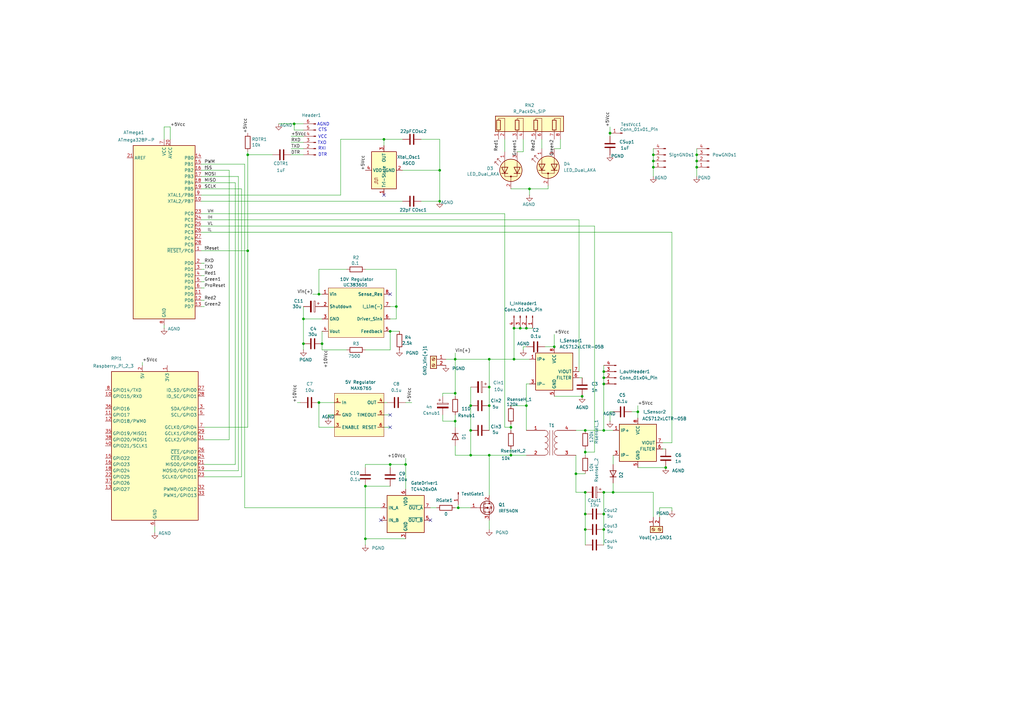
<source format=kicad_sch>
(kicad_sch (version 20250114) (generator "eeschema") (generator_version "9.0")
  (paper "A3")
  (title_block (title "EV Microgrid Flyback Converter") (company "Cal Poly, Senior Project"))
  (lib_symbols
    (symbol "Connector:Conn_01x01_Pin" (pin_names (offset 1.016) (hide yes))
      (property "Reference" "J" (at 0 2.54 0))
      (property "Value" "Conn_01x01_Pin" (at 0 -2.54 0))
      (symbol "Conn_01x01_Pin_1_1"
        (pin passive line (at 5.08 0 180) (length 3.81) (name "Pin_1") (number "1"))
      )
    )
    (symbol "Connector:Conn_01x04_Pin" (pin_names (offset 1.016) (hide yes))
      (property "Reference" "J" (at 0 5.08 0))
      (property "Value" "Conn_01x04_Pin" (at 0 -7.62 0))
      (symbol "Conn_01x04_Pin_1_1"
        (pin passive line (at 5.08 2.54 180) (length 3.81) (name "Pin_1") (number "1"))
        (pin passive line (at 5.08 0 180) (length 3.81) (name "Pin_2") (number "2"))
        (pin passive line (at 5.08 -2.54 180) (length 3.81) (name "Pin_3") (number "3"))
        (pin passive line (at 5.08 -5.08 180) (length 3.81) (name "Pin_4") (number "4"))
      )
    )
    (symbol "Connector:Raspberry_Pi_2_3"
      (property "Reference" "J" (at -17.78 31.75 0))
      (property "Value" "Raspberry_Pi_2_3" (at 10.16 -31.75 0))
      (symbol "Raspberry_Pi_2_3_1_1"
        (pin bidirectional line (at -20.32 22.86 0) (length 2.54) (name "GPIO14/TXD") (number "8"))
        (pin bidirectional line (at -20.32 20.32 0) (length 2.54) (name "GPIO15/RXD") (number "10"))
        (pin bidirectional line (at -20.32 15.24 0) (length 2.54) (name "GPIO16") (number "36"))
        (pin bidirectional line (at -20.32 12.7 0) (length 2.54) (name "GPIO17") (number "11"))
        (pin bidirectional line (at -20.32 10.16 0) (length 2.54) (name "GPIO18/PWM0") (number "12"))
        (pin bidirectional line (at -20.32 5.08 0) (length 2.54) (name "GPIO19/MISO1") (number "35"))
        (pin bidirectional line (at -20.32 2.54 0) (length 2.54) (name "GPIO20/MOSI1") (number "38"))
        (pin bidirectional line (at -20.32 0 0) (length 2.54) (name "GPIO21/SCLK1") (number "40"))
        (pin bidirectional line (at -20.32 -5.08 0) (length 2.54) (name "GPIO22") (number "15"))
        (pin bidirectional line (at -20.32 -7.62 0) (length 2.54) (name "GPIO23") (number "16"))
        (pin bidirectional line (at -20.32 -10.16 0) (length 2.54) (name "GPIO24") (number "18"))
        (pin bidirectional line (at -20.32 -12.7 0) (length 2.54) (name "GPIO25") (number "22"))
        (pin bidirectional line (at -20.32 -15.24 0) (length 2.54) (name "GPIO26") (number "37"))
        (pin bidirectional line (at -20.32 -17.78 0) (length 2.54) (name "GPIO27") (number "13"))
        (pin power_in line (at -5.08 33.02 270) (length 2.54) (name "5V") (number "2"))
        (pin passive line (at -5.08 33.02 270) (length 2.54) (hide yes) (name "5V") (number "4"))
        (pin passive line (at 0 -33.02 90) (length 2.54) (hide yes) (name "GND") (number "14"))
        (pin passive line (at 0 -33.02 90) (length 2.54) (hide yes) (name "GND") (number "20"))
        (pin passive line (at 0 -33.02 90) (length 2.54) (hide yes) (name "GND") (number "25"))
        (pin passive line (at 0 -33.02 90) (length 2.54) (hide yes) (name "GND") (number "30"))
        (pin passive line (at 0 -33.02 90) (length 2.54) (hide yes) (name "GND") (number "34"))
        (pin passive line (at 0 -33.02 90) (length 2.54) (hide yes) (name "GND") (number "39"))
        (pin power_in line (at 0 -33.02 90) (length 2.54) (name "GND") (number "6"))
        (pin passive line (at 0 -33.02 90) (length 2.54) (hide yes) (name "GND") (number "9"))
        (pin power_in line (at 5.08 33.02 270) (length 2.54) (name "3V3") (number "1"))
        (pin passive line (at 5.08 33.02 270) (length 2.54) (hide yes) (name "3V3") (number "17"))
        (pin bidirectional line (at 20.32 22.86 180) (length 2.54) (name "ID_SD/GPIO0") (number "27"))
        (pin bidirectional line (at 20.32 20.32 180) (length 2.54) (name "ID_SC/GPIO1") (number "28"))
        (pin bidirectional line (at 20.32 15.24 180) (length 2.54) (name "SDA/GPIO2") (number "3"))
        (pin bidirectional line (at 20.32 12.7 180) (length 2.54) (name "SCL/GPIO3") (number "5"))
        (pin bidirectional line (at 20.32 7.62 180) (length 2.54) (name "GCLK0/GPIO4") (number "7"))
        (pin bidirectional line (at 20.32 5.08 180) (length 2.54) (name "GCLK1/GPIO5") (number "29"))
        (pin bidirectional line (at 20.32 2.54 180) (length 2.54) (name "GCLK2/GPIO6") (number "31"))
        (pin bidirectional line (at 20.32 -2.54 180) (length 2.54) (name "~{CE1}/GPIO7") (number "26"))
        (pin bidirectional line (at 20.32 -5.08 180) (length 2.54) (name "~{CE0}/GPIO8") (number "24"))
        (pin bidirectional line (at 20.32 -7.62 180) (length 2.54) (name "MISO0/GPIO9") (number "21"))
        (pin bidirectional line (at 20.32 -10.16 180) (length 2.54) (name "MOSI0/GPIO10") (number "19"))
        (pin bidirectional line (at 20.32 -12.7 180) (length 2.54) (name "SCLK0/GPIO11") (number "23"))
        (pin bidirectional line (at 20.32 -17.78 180) (length 2.54) (name "PWM0/GPIO12") (number "32"))
        (pin bidirectional line (at 20.32 -20.32 180) (length 2.54) (name "PWM1/GPIO13") (number "33"))
      )
    )
    (symbol "Connector:Screw_Terminal_01x02" (pin_names (offset 1.016) (hide yes))
      (property "Reference" "J" (at 0 2.54 0))
      (property "Value" "Screw_Terminal_01x02" (at 0 -5.08 0))
      (symbol "Screw_Terminal_01x02_1_1"
        (pin passive line (at -5.08 0 0) (length 3.81) (name "Pin_1") (number "1"))
        (pin passive line (at -5.08 -2.54 0) (length 3.81) (name "Pin_2") (number "2"))
      )
    )
    (symbol "Device:C" (pin_numbers (hide yes)) (pin_names (offset 0.254))
      (property "Reference" "C" (at 0.635 2.54 0))
      (property "Value" "C" (at 0.635 -2.54 0))
      (symbol "C_1_1"
        (pin passive line (at 0 3.81 270) (length 2.794) (name "~") (number "1"))
        (pin passive line (at 0 -3.81 90) (length 2.794) (name "~") (number "2"))
      )
    )
    (symbol "Device:C_Polarized" (pin_numbers (hide yes)) (pin_names (offset 0.254))
      (property "Reference" "C" (at 0.635 2.54 0))
      (property "Value" "C_Polarized" (at 0.635 -2.54 0))
      (symbol "C_Polarized_1_1"
        (pin passive line (at 0 3.81 270) (length 2.794) (name "~") (number "1"))
        (pin passive line (at 0 -3.81 90) (length 2.794) (name "~") (number "2"))
      )
    )
    (symbol "Device:D" (pin_numbers (hide yes)) (pin_names (offset 1.016) (hide yes))
      (property "Reference" "D" (at 0 2.54 0))
      (property "Value" "D" (at 0 -2.54 0))
      (symbol "D_1_1"
        (pin passive line (at -3.81 0 0) (length 2.54) (name "K") (number "1"))
        (pin passive line (at 3.81 0 180) (length 2.54) (name "A") (number "2"))
      )
    )
    (symbol "Device:LED_Dual_AKA" (pin_names (offset 0) (hide yes))
      (property "Reference" "D" (at 0 5.715 0))
      (property "Value" "LED_Dual_AKA" (at 0 -6.35 0))
      (symbol "LED_Dual_AKA_1_1"
        (pin input line (at -7.62 0 0) (length 3.048) (name "K") (number "2"))
        (pin input line (at 7.62 2.54 180) (length 3.81) (name "A1") (number "1"))
        (pin input line (at 7.62 -2.54 180) (length 3.81) (name "A2") (number "3"))
      )
    )
    (symbol "Device:R" (pin_numbers (hide yes)) (pin_names (offset 0))
      (property "Reference" "R" (at 2.032 0 90))
      (property "Value" "R" (at 0 0 90))
      (symbol "R_1_1"
        (pin passive line (at 0 3.81 270) (length 1.27) (name "~") (number "1"))
        (pin passive line (at 0 -3.81 90) (length 1.27) (name "~") (number "2"))
      )
    )
    (symbol "Device:R_Pack04_SIP" (pin_names (offset 0) (hide yes))
      (property "Reference" "RN" (at -15.24 0 90))
      (property "Value" "R_Pack04_SIP" (at 15.24 0 90))
      (symbol "R_Pack04_SIP_1_1"
        (pin passive line (at -12.7 -5.08 90) (length 3.81) (name "R1.1") (number "1"))
        (pin passive line (at -10.16 -5.08 90) (length 3.81) (name "R1.2") (number "2"))
        (pin passive line (at -5.08 -5.08 90) (length 3.81) (name "R2.1") (number "3"))
        (pin passive line (at -2.54 -5.08 90) (length 3.81) (name "R2.2") (number "4"))
        (pin passive line (at 2.54 -5.08 90) (length 3.81) (name "R3.1") (number "5"))
        (pin passive line (at 5.08 -5.08 90) (length 3.81) (name "R3.2") (number "6"))
        (pin passive line (at 10.16 -5.08 90) (length 3.81) (name "R4.1") (number "7"))
        (pin passive line (at 12.7 -5.08 90) (length 3.81) (name "R4.2") (number "8"))
      )
    )
    (symbol "Device:Transformer_1P_1S" (pin_names (offset 1.016) (hide yes))
      (property "Reference" "T" (at 0 6.35 0))
      (property "Value" "Transformer_1P_1S" (at 0 -7.62 0))
      (symbol "Transformer_1P_1S_1_1"
        (pin passive line (at -10.16 5.08 0) (length 7.62) (name "AA") (number "1"))
        (pin passive line (at -10.16 -5.08 0) (length 7.62) (name "AB") (number "2"))
        (pin passive line (at 10.16 5.08 180) (length 7.62) (name "SB") (number "4"))
        (pin passive line (at 10.16 -5.08 180) (length 7.62) (name "SA") (number "3"))
      )
    )
    (symbol "Driver_FET:TC4426xOA"
      (property "Reference" "U" (at -7.62 8.89 0))
      (property "Value" "TC4426xOA" (at 1.27 8.89 0))
      (symbol "TC4426xOA_1_1"
        (pin input line (at -10.16 2.54 0) (length 2.54) (name "IN_A") (number "2"))
        (pin input line (at -10.16 -2.54 0) (length 2.54) (name "IN_B") (number "4"))
        (pin no_connect line (at -7.62 0 0) (length 2.54) (hide yes) (name "NC") (number "1"))
        (pin power_in line (at 0 10.16 270) (length 2.54) (name "VDD") (number "6"))
        (pin power_in line (at 0 -10.16 90) (length 2.54) (name "GND") (number "3"))
        (pin no_connect line (at 7.62 0 180) (length 2.54) (hide yes) (name "NC") (number "8"))
        (pin output line (at 10.16 2.54 180) (length 2.54) (name "~{OUT_A}") (number "7"))
        (pin output line (at 10.16 -2.54 180) (length 2.54) (name "~{OUT_B}") (number "5"))
      )
    )
    (symbol "MCU_Microchip_ATmega:ATmega328P-P"
      (property "Reference" "U" (at -12.7 36.83 0))
      (property "Value" "ATmega328P-P" (at 2.54 -36.83 0))
      (symbol "ATmega328P-P_1_1"
        (pin passive line (at -15.24 30.48 0) (length 2.54) (name "AREF") (number "21"))
        (pin power_in line (at 0 38.1 270) (length 2.54) (name "VCC") (number "7"))
        (pin passive line (at 0 -38.1 90) (length 2.54) (hide yes) (name "GND") (number "22"))
        (pin power_in line (at 0 -38.1 90) (length 2.54) (name "GND") (number "8"))
        (pin power_in line (at 2.54 38.1 270) (length 2.54) (name "AVCC") (number "20"))
        (pin bidirectional line (at 15.24 30.48 180) (length 2.54) (name "PB0") (number "14"))
        (pin bidirectional line (at 15.24 27.94 180) (length 2.54) (name "PB1") (number "15"))
        (pin bidirectional line (at 15.24 25.4 180) (length 2.54) (name "PB2") (number "16"))
        (pin bidirectional line (at 15.24 22.86 180) (length 2.54) (name "PB3") (number "17"))
        (pin bidirectional line (at 15.24 20.32 180) (length 2.54) (name "PB4") (number "18"))
        (pin bidirectional line (at 15.24 17.78 180) (length 2.54) (name "PB5") (number "19"))
        (pin bidirectional line (at 15.24 15.24 180) (length 2.54) (name "XTAL1/PB6") (number "9"))
        (pin bidirectional line (at 15.24 12.7 180) (length 2.54) (name "XTAL2/PB7") (number "10"))
        (pin bidirectional line (at 15.24 7.62 180) (length 2.54) (name "PC0") (number "23"))
        (pin bidirectional line (at 15.24 5.08 180) (length 2.54) (name "PC1") (number "24"))
        (pin bidirectional line (at 15.24 2.54 180) (length 2.54) (name "PC2") (number "25"))
        (pin bidirectional line (at 15.24 0 180) (length 2.54) (name "PC3") (number "26"))
        (pin bidirectional line (at 15.24 -2.54 180) (length 2.54) (name "PC4") (number "27"))
        (pin bidirectional line (at 15.24 -5.08 180) (length 2.54) (name "PC5") (number "28"))
        (pin bidirectional line (at 15.24 -7.62 180) (length 2.54) (name "~{RESET}/PC6") (number "1"))
        (pin bidirectional line (at 15.24 -12.7 180) (length 2.54) (name "PD0") (number "2"))
        (pin bidirectional line (at 15.24 -15.24 180) (length 2.54) (name "PD1") (number "3"))
        (pin bidirectional line (at 15.24 -17.78 180) (length 2.54) (name "PD2") (number "4"))
        (pin bidirectional line (at 15.24 -20.32 180) (length 2.54) (name "PD3") (number "5"))
        (pin bidirectional line (at 15.24 -22.86 180) (length 2.54) (name "PD4") (number "6"))
        (pin bidirectional line (at 15.24 -25.4 180) (length 2.54) (name "PD5") (number "11"))
        (pin bidirectional line (at 15.24 -27.94 180) (length 2.54) (name "PD6") (number "12"))
        (pin bidirectional line (at 15.24 -30.48 180) (length 2.54) (name "PD7") (number "13"))
      )
    )
    (symbol "New_Library:MAX6765"
      (property "Reference" "MAX6765" (at 0.762 0.762 0))
      (property "Value" "5V Regulator" (at 0.508 3.302 0))
      (symbol "MAX6765_1_1"
        (pin input line (at -10.16 -5.08 0) (length 2.54) (name "In") (number "1"))
        (pin input line (at -10.16 -10.16 0) (length 2.54) (name "GND") (number "2"))
        (pin input line (at -10.16 -15.24 0) (length 2.54) (name "ENABLE") (number "3"))
        (pin input line (at 10.16 -5.08 180) (length 2.54) (name "OUT") (number "4"))
        (pin input line (at 10.16 -10.16 180) (length 2.54) (name "TIMEOUT") (number "5"))
        (pin input line (at 10.16 -15.24 180) (length 2.54) (name "RESET") (number "6"))
      )
    )
    (symbol "Oscillator:ASCO"
      (property "Reference" "Y" (at -7.62 6.35 0))
      (property "Value" "ASCO" (at 1.27 -6.35 0))
      (symbol "ASCO_1_1"
        (pin input line (at -10.16 0 0) (length 2.54) (name "Tri-State") (number "1"))
        (pin power_in line (at 0 7.62 270) (length 2.54) (name "VDD") (number "4"))
        (pin power_in line (at 0 -7.62 90) (length 2.54) (name "GND") (number "2"))
        (pin output line (at 10.16 0 180) (length 2.54) (name "OUT") (number "3"))
      )
    )
    (symbol "Regulator:UC2836D"
      (property "Reference" "UC2836D" (at 0 0 0))
      (symbol "UC2836D_1_1"
        (pin input line (at -13.97 -3.81 0) (length 2.54) (name "Vin") (number "1"))
        (pin input line (at -13.97 -8.89 0) (length 2.54) (name "Shutdown") (number "2"))
        (pin output line (at -13.97 -13.97 0) (length 2.54) (name "GND") (number "3"))
        (pin output line (at -13.97 -19.05 0) (length 2.54) (name "Vout") (number "4"))
        (pin unspecified line (at 13.97 -3.81 180) (length 2.54) (name "Sense_Res") (number "8"))
        (pin output line (at 13.97 -8.89 180) (length 2.54) (name "I_Lim(-)") (number "7"))
        (pin input line (at 13.97 -13.97 180) (length 2.54) (name "Driver_Sink") (number "6"))
        (pin input line (at 13.97 -19.05 180) (length 2.54) (name "Feedback") (number "5"))
      )
    )
    (symbol "Sensor_Current:ACS712xLCTR-05B"
      (property "Reference" "U" (at 2.54 11.43 0))
      (property "Value" "ACS712xLCTR-05B" (at 2.54 8.89 0))
      (symbol "ACS712xLCTR-05B_1_1"
        (pin passive line (at -10.16 5.08 0) (length 2.54) (name "IP+") (number "1"))
        (pin passive line (at -10.16 5.08 0) (length 2.54) (hide yes) (name "IP+") (number "2"))
        (pin passive line (at -10.16 -5.08 0) (length 2.54) (name "IP-") (number "3"))
        (pin passive line (at -10.16 -5.08 0) (length 2.54) (hide yes) (name "IP-") (number "4"))
        (pin power_in line (at 0 10.16 270) (length 2.54) (name "VCC") (number "8"))
        (pin power_in line (at 0 -10.16 90) (length 2.54) (name "GND") (number "5"))
        (pin output line (at 10.16 0 180) (length 2.54) (name "VIOUT") (number "7"))
        (pin passive line (at 10.16 -2.54 180) (length 2.54) (name "FILTER") (number "6"))
      )
    )
    (symbol "Transistor_FET:IRF540N" (pin_names (hide yes))
      (property "Reference" "Q" (at 5.08 1.905 0))
      (property "Value" "IRF540N" (at 5.08 0 0))
      (symbol "IRF540N_1_1"
        (pin input line (at -5.08 0 0) (length 2.54) (name "G") (number "1"))
        (pin passive line (at 2.54 5.08 270) (length 2.54) (name "D") (number "2"))
        (pin passive line (at 2.54 -5.08 90) (length 2.54) (name "S") (number "3"))
      )
    )
    (symbol "conn_01x06_male:Conn_01x06_Male" (pin_names (offset 1.016) (hide yes))
      (property "Reference" "HeaderFTDI1" (at -6.35 -1.524 0))
      (property "Value" "Conn_01x06_Male" (at -6.35 -3.8354 0))
      (symbol "Conn_01x06_Male_1_1"
        (pin passive line (at 5.08 5.08 180) (length 3.81) (name "Pin_1") (number "1"))
        (pin passive line (at 5.08 2.54 180) (length 3.81) (name "Pin_2") (number "2"))
        (pin passive line (at 5.08 0 180) (length 3.81) (name "Pin_3") (number "3"))
        (pin passive line (at 5.08 -2.54 180) (length 3.81) (name "Pin_4") (number "4"))
        (pin passive line (at 5.08 -5.08 180) (length 3.81) (name "Pin_5") (number "5"))
        (pin passive line (at 5.08 -7.62 180) (length 3.81) (name "Pin_6") (number "6"))
      )
    )
    (symbol "power:GND" (power) (pin_numbers (hide yes)) (pin_names (offset 0) (hide yes))
      (property "Value" "GND" (at 0 -3.81 0))
      (symbol "GND_1_1"
        (pin power_in line (at 0 0 270) (length 0) (name "~") (number "1"))
      )
    )
  )
  (text "AGND\n\n" (at 132.588 52.07 0) (effects (font (size 1.27 1.27))))
  (text "VCC" (at 132.334 56.134 0) (effects (font (size 1.27 1.27))))
  (text "RXI\n" (at 132.08 60.96 0) (effects (font (size 1.27 1.27))))
  (text "CTS\n" (at 132.334 53.34 0) (effects (font (size 1.27 1.27))))
  (text "TXO\n\n" (at 132.08 59.69 0) (effects (font (size 1.27 1.27))))
  (text "DTR\n" (at 132.334 63.5 0) (effects (font (size 1.27 1.27))))
  (junction (at 285.75 68.58))
  (junction (at 187.96 208.28))
  (junction (at 209.55 175.26))
  (junction (at 193.04 166.37))
  (junction (at 217.17 77.47))
  (junction (at 285.75 63.5))
  (junction (at 247.65 201.93))
  (junction (at 285.75 66.04))
  (junction (at 240.03 185.42))
  (junction (at 200.66 186.69))
  (junction (at 247.65 210.82))
  (junction (at 186.69 172.72))
  (junction (at 238.76 162.56))
  (junction (at 247.65 154.94))
  (junction (at 273.05 191.77))
  (junction (at 130.81 165.1))
  (junction (at 247.65 176.53))
  (junction (at 250.19 54.61))
  (junction (at 215.9 166.37))
  (junction (at 210.82 134.62))
  (junction (at 240.03 217.17))
  (junction (at 240.03 176.53))
  (junction (at 120.65 50.8))
  (junction (at 240.03 210.82))
  (junction (at 160.02 135.89))
  (junction (at 267.97 66.04))
  (junction (at 124.46 130.81))
  (junction (at 213.36 134.62))
  (junction (at 180.34 69.85))
  (junction (at 240.03 201.93))
  (junction (at 227.33 142.24))
  (junction (at 101.6 63.5))
  (junction (at 186.69 147.32))
  (junction (at 157.48 57.15))
  (junction (at 261.62 168.91))
  (junction (at 236.22 194.31))
  (junction (at 247.65 157.48))
  (junction (at 251.46 201.93))
  (junction (at 130.81 120.65))
  (junction (at 149.86 199.39))
  (junction (at 101.6 102.87))
  (junction (at 267.97 68.58))
  (junction (at 215.9 134.62))
  (junction (at 186.69 161.29))
  (junction (at 166.37 190.5))
  (junction (at 149.86 220.98))
  (junction (at 210.82 147.32))
  (junction (at 267.97 63.5))
  (junction (at 193.04 176.53))
  (junction (at 200.66 166.37))
  (junction (at 247.65 152.4))
  (junction (at 200.66 158.75))
  (junction (at 162.56 125.73))
  (junction (at 200.66 147.32))
  (junction (at 132.08 140.97))
  (junction (at 209.55 186.69))
  (junction (at 180.34 82.55))
  (junction (at 160.02 190.5))
  (junction (at 193.04 186.69))
  (junction (at 124.46 140.97))
  (junction (at 247.65 217.17))
  (no_connect (at 160.02 120.65))
  (no_connect (at 160.02 175.26))
  (no_connect (at 176.53 213.36))
  (no_connect (at 156.21 213.36))
  (no_connect (at 157.48 80.01))
  (no_connect (at 160.02 170.18))
  (wire (pts (xy 130.81 175.26) (xy 130.81 165.1)))
  (wire (pts (xy 209.55 166.37) (xy 215.9 166.37)))
  (wire (pts (xy 217.17 77.47) (xy 217.17 80.01)))
  (wire (pts (xy 149.86 199.39) (xy 160.02 199.39)))
  (wire (pts (xy 101.6 63.5) (xy 111.76 63.5)))
  (wire (pts (xy 182.88 147.32) (xy 186.69 147.32)))
  (wire (pts (xy 67.31 133.35) (xy 67.31 134.62)))
  (wire (pts (xy 247.65 157.48) (xy 247.65 176.53)))
  (wire (pts (xy 261.62 191.77) (xy 273.05 191.77)))
  (wire (pts (xy 119.38 63.5) (xy 124.46 63.5)))
  (wire (pts (xy 209.55 173.99) (xy 209.55 175.26)))
  (wire (pts (xy 162.56 130.81) (xy 162.56 125.73)))
  (wire (pts (xy 181.61 161.29) (xy 186.69 161.29)))
  (wire (pts (xy 120.65 50.8) (xy 120.65 53.34)))
  (wire (pts (xy 67.31 57.15) (xy 67.31 52.07)))
  (wire (pts (xy 67.31 52.07) (xy 69.85 52.07)))
  (wire (pts (xy 96.52 74.93) (xy 82.55 74.93)))
  (wire (pts (xy 267.97 66.04) (xy 267.97 68.58)))
  (wire (pts (xy 139.7 57.15) (xy 139.7 80.01)))
  (wire (pts (xy 200.66 147.32) (xy 210.82 147.32)))
  (wire (pts (xy 82.55 118.11) (xy 83.82 118.11)))
  (wire (pts (xy 130.81 120.65) (xy 130.81 110.49)))
  (wire (pts (xy 162.56 125.73) (xy 160.02 125.73)))
  (wire (pts (xy 243.84 185.42) (xy 240.03 185.42)))
  (wire (pts (xy 157.48 165.1) (xy 158.75 165.1)))
  (wire (pts (xy 186.69 172.72) (xy 186.69 170.18)))
  (wire (pts (xy 82.55 87.63) (xy 207.01 87.63)))
  (wire (pts (xy 224.79 77.47) (xy 224.79 76.2)))
  (wire (pts (xy 193.04 166.37) (xy 193.04 176.53)))
  (wire (pts (xy 83.82 193.04) (xy 97.79 193.04)))
  (wire (pts (xy 210.82 134.62) (xy 210.82 147.32)))
  (wire (pts (xy 128.27 120.65) (xy 130.81 120.65)))
  (wire (pts (xy 82.55 123.19) (xy 83.82 123.19)))
  (wire (pts (xy 236.22 201.93) (xy 240.03 201.93)))
  (wire (pts (xy 207.01 87.63) (xy 207.01 175.26)))
  (wire (pts (xy 97.79 193.04) (xy 97.79 72.39)))
  (wire (pts (xy 236.22 186.69) (xy 236.22 194.31)))
  (wire (pts (xy 187.96 208.28) (xy 193.04 208.28)))
  (wire (pts (xy 132.08 143.51) (xy 142.24 143.51)))
  (wire (pts (xy 130.81 110.49) (xy 142.24 110.49)))
  (wire (pts (xy 240.03 217.17) (xy 240.03 223.52)))
  (wire (pts (xy 193.04 176.53) (xy 193.04 186.69)))
  (wire (pts (xy 285.75 68.58) (xy 285.75 72.39)))
  (wire (pts (xy 209.55 175.26) (xy 209.55 176.53)))
  (wire (pts (xy 250.19 54.61) (xy 250.19 55.88)))
  (wire (pts (xy 166.37 190.5) (xy 166.37 187.96)))
  (wire (pts (xy 82.55 82.55) (xy 165.1 82.55)))
  (wire (pts (xy 83.82 175.26) (xy 101.6 175.26)))
  (wire (pts (xy 193.04 158.75) (xy 193.04 166.37)))
  (wire (pts (xy 99.06 77.47) (xy 82.55 77.47)))
  (wire (pts (xy 223.52 142.24) (xy 227.33 142.24)))
  (wire (pts (xy 247.65 176.53) (xy 251.46 176.53)))
  (wire (pts (xy 186.69 161.29) (xy 186.69 147.32)))
  (wire (pts (xy 132.08 140.97) (xy 132.08 143.51)))
  (wire (pts (xy 157.48 57.15) (xy 157.48 59.69)))
  (wire (pts (xy 270.51 208.28) (xy 270.51 212.09)))
  (wire (pts (xy 124.46 125.73) (xy 124.46 130.81)))
  (wire (pts (xy 100.33 208.28) (xy 156.21 208.28)))
  (wire (pts (xy 247.65 149.86) (xy 247.65 152.4)))
  (wire (pts (xy 247.65 210.82) (xy 247.65 201.93)))
  (wire (pts (xy 247.65 152.4) (xy 247.65 154.94)))
  (wire (pts (xy 267.97 201.93) (xy 251.46 201.93)))
  (wire (pts (xy 82.55 110.49) (xy 83.82 110.49)))
  (wire (pts (xy 247.65 201.93) (xy 251.46 201.93)))
  (wire (pts (xy 162.56 110.49) (xy 162.56 125.73)))
  (wire (pts (xy 236.22 176.53) (xy 240.03 176.53)))
  (wire (pts (xy 82.55 107.95) (xy 83.82 107.95)))
  (wire (pts (xy 186.69 162.56) (xy 186.69 161.29)))
  (wire (pts (xy 149.86 110.49) (xy 162.56 110.49)))
  (wire (pts (xy 121.92 165.1) (xy 123.19 165.1)))
  (wire (pts (xy 214.63 142.24) (xy 214.63 143.51)))
  (wire (pts (xy 101.6 62.23) (xy 101.6 63.5)))
  (wire (pts (xy 82.55 102.87) (xy 101.6 102.87)))
  (wire (pts (xy 251.46 168.91) (xy 250.19 168.91)))
  (wire (pts (xy 285.75 63.5) (xy 285.75 66.04)))
  (wire (pts (xy 250.19 168.91) (xy 250.19 172.72)))
  (wire (pts (xy 101.6 102.87) (xy 101.6 63.5)))
  (wire (pts (xy 247.65 217.17) (xy 247.65 210.82)))
  (wire (pts (xy 82.55 92.71) (xy 243.84 92.71)))
  (wire (pts (xy 271.78 181.61) (xy 275.59 181.61)))
  (wire (pts (xy 237.49 152.4) (xy 237.49 90.17)))
  (wire (pts (xy 236.22 194.31) (xy 240.03 194.31)))
  (wire (pts (xy 222.25 57.15) (xy 222.25 60.96)))
  (wire (pts (xy 227.33 137.16) (xy 227.33 142.24)))
  (wire (pts (xy 120.65 50.8) (xy 124.46 50.8)))
  (wire (pts (xy 209.55 184.15) (xy 209.55 186.69)))
  (wire (pts (xy 58.42 148.59) (xy 58.42 149.86)))
  (wire (pts (xy 82.55 69.85) (xy 93.98 69.85)))
  (wire (pts (xy 207.01 57.15) (xy 207.01 62.23)))
  (wire (pts (xy 82.55 95.25) (xy 275.59 95.25)))
  (wire (pts (xy 160.02 135.89) (xy 163.83 135.89)))
  (wire (pts (xy 200.66 158.75) (xy 200.66 166.37)))
  (wire (pts (xy 97.79 72.39) (xy 82.55 72.39)))
  (wire (pts (xy 139.7 57.15) (xy 157.48 57.15)))
  (wire (pts (xy 259.08 168.91) (xy 261.62 168.91)))
  (wire (pts (xy 139.7 80.01) (xy 82.55 80.01)))
  (wire (pts (xy 119.38 60.96) (xy 124.46 60.96)))
  (wire (pts (xy 63.5 215.9) (xy 63.5 218.44)))
  (wire (pts (xy 267.97 60.96) (xy 267.97 63.5)))
  (wire (pts (xy 209.55 186.69) (xy 200.66 186.69)))
  (wire (pts (xy 267.97 201.93) (xy 267.97 212.09)))
  (wire (pts (xy 186.69 144.78) (xy 186.69 147.32)))
  (wire (pts (xy 215.9 157.48) (xy 215.9 166.37)))
  (wire (pts (xy 285.75 60.96) (xy 285.75 63.5)))
  (wire (pts (xy 119.38 55.88) (xy 124.46 55.88)))
  (wire (pts (xy 209.55 77.47) (xy 217.17 77.47)))
  (wire (pts (xy 181.61 170.18) (xy 181.61 172.72)))
  (wire (pts (xy 247.65 154.94) (xy 247.65 157.48)))
  (wire (pts (xy 210.82 134.62) (xy 213.36 134.62)))
  (wire (pts (xy 180.34 57.15) (xy 180.34 69.85)))
  (wire (pts (xy 237.49 90.17) (xy 82.55 90.17)))
  (wire (pts (xy 119.38 58.42) (xy 124.46 58.42)))
  (wire (pts (xy 100.33 67.31) (xy 100.33 208.28)))
  (wire (pts (xy 186.69 175.26) (xy 186.69 172.72)))
  (wire (pts (xy 137.16 165.1) (xy 130.81 165.1)))
  (wire (pts (xy 217.17 77.47) (xy 224.79 77.47)))
  (wire (pts (xy 160.02 170.18) (xy 157.48 170.18)))
  (wire (pts (xy 207.01 175.26) (xy 209.55 175.26)))
  (wire (pts (xy 181.61 162.56) (xy 181.61 161.29)))
  (wire (pts (xy 176.53 208.28) (xy 179.07 208.28)))
  (wire (pts (xy 124.46 130.81) (xy 132.08 130.81)))
  (wire (pts (xy 270.51 208.28) (xy 275.59 208.28)))
  (wire (pts (xy 227.33 60.96) (xy 229.87 60.96)))
  (wire (pts (xy 82.55 67.31) (xy 100.33 67.31)))
  (wire (pts (xy 215.9 142.24) (xy 214.63 142.24)))
  (wire (pts (xy 160.02 190.5) (xy 160.02 191.77)))
  (wire (pts (xy 157.48 57.15) (xy 165.1 57.15)))
  (wire (pts (xy 247.65 223.52) (xy 247.65 217.17)))
  (wire (pts (xy 149.86 220.98) (xy 149.86 223.52)))
  (wire (pts (xy 229.87 57.15) (xy 229.87 60.96)))
  (wire (pts (xy 124.46 143.51) (xy 124.46 140.97)))
  (wire (pts (xy 82.55 115.57) (xy 83.82 115.57)))
  (wire (pts (xy 200.66 213.36) (xy 200.66 217.17)))
  (wire (pts (xy 267.97 68.58) (xy 267.97 72.39)))
  (wire (pts (xy 160.02 130.81) (xy 162.56 130.81)))
  (wire (pts (xy 82.55 113.03) (xy 83.82 113.03)))
  (wire (pts (xy 217.17 157.48) (xy 215.9 157.48)))
  (wire (pts (xy 240.03 210.82) (xy 240.03 217.17)))
  (wire (pts (xy 200.66 147.32) (xy 200.66 158.75)))
  (wire (pts (xy 243.84 92.71) (xy 243.84 185.42)))
  (wire (pts (xy 240.03 185.42) (xy 240.03 184.15)))
  (wire (pts (xy 187.96 207.01) (xy 187.96 208.28)))
  (wire (pts (xy 166.37 165.1) (xy 168.91 165.1)))
  (wire (pts (xy 215.9 166.37) (xy 215.9 176.53)))
  (wire (pts (xy 134.62 170.18) (xy 137.16 170.18)))
  (wire (pts (xy 130.81 175.26) (xy 137.16 175.26)))
  (wire (pts (xy 96.52 190.5) (xy 96.52 74.93)))
  (wire (pts (xy 210.82 147.32) (xy 217.17 147.32)))
  (wire (pts (xy 200.66 166.37) (xy 200.66 176.53)))
  (wire (pts (xy 149.86 199.39) (xy 149.86 220.98)))
  (wire (pts (xy 180.34 69.85) (xy 180.34 82.55)))
  (wire (pts (xy 101.6 175.26) (xy 101.6 102.87)))
  (wire (pts (xy 186.69 186.69) (xy 186.69 182.88)))
  (wire (pts (xy 212.09 62.23) (xy 214.63 62.23)))
  (wire (pts (xy 251.46 201.93) (xy 251.46 198.12)))
  (wire (pts (xy 149.86 190.5) (xy 160.02 190.5)))
  (wire (pts (xy 186.69 186.69) (xy 193.04 186.69)))
  (wire (pts (xy 275.59 95.25) (xy 275.59 181.61)))
  (wire (pts (xy 251.46 186.69) (xy 251.46 190.5)))
  (wire (pts (xy 149.86 191.77) (xy 149.86 190.5)))
  (wire (pts (xy 83.82 190.5) (xy 96.52 190.5)))
  (wire (pts (xy 124.46 53.34) (xy 120.65 53.34)))
  (wire (pts (xy 93.98 180.34) (xy 83.82 180.34)))
  (wire (pts (xy 160.02 175.26) (xy 157.48 175.26)))
  (wire (pts (xy 186.69 147.32) (xy 200.66 147.32)))
  (wire (pts (xy 193.04 186.69) (xy 200.66 186.69)))
  (wire (pts (xy 124.46 130.81) (xy 124.46 140.97)))
  (wire (pts (xy 261.62 168.91) (xy 261.62 171.45)))
  (wire (pts (xy 166.37 190.5) (xy 160.02 190.5)))
  (wire (pts (xy 99.06 195.58) (xy 99.06 77.47)))
  (wire (pts (xy 240.03 176.53) (xy 247.65 176.53)))
  (wire (pts (xy 130.81 120.65) (xy 132.08 120.65)))
  (wire (pts (xy 93.98 180.34) (xy 93.98 69.85)))
  (wire (pts (xy 172.72 82.55) (xy 180.34 82.55)))
  (wire (pts (xy 261.62 166.37) (xy 261.62 168.91)))
  (wire (pts (xy 285.75 66.04) (xy 285.75 68.58)))
  (wire (pts (xy 186.69 208.28) (xy 187.96 208.28)))
  (wire (pts (xy 215.9 186.69) (xy 209.55 186.69)))
  (wire (pts (xy 82.55 125.73) (xy 83.82 125.73)))
  (wire (pts (xy 69.85 52.07) (xy 69.85 57.15)))
  (wire (pts (xy 165.1 69.85) (xy 180.34 69.85)))
  (wire (pts (xy 83.82 195.58) (xy 99.06 195.58)))
  (wire (pts (xy 267.97 63.5) (xy 267.97 66.04)))
  (wire (pts (xy 236.22 194.31) (xy 236.22 201.93)))
  (wire (pts (xy 114.3 50.8) (xy 120.65 50.8)))
  (wire (pts (xy 200.66 186.69) (xy 200.66 203.2)))
  (wire (pts (xy 240.03 186.69) (xy 240.03 185.42)))
  (wire (pts (xy 275.59 208.28) (xy 275.59 209.55)))
  (wire (pts (xy 134.62 170.18) (xy 134.62 171.45)))
  (wire (pts (xy 250.19 52.07) (xy 250.19 54.61)))
  (wire (pts (xy 215.9 134.62) (xy 218.44 134.62)))
  (wire (pts (xy 149.86 220.98) (xy 166.37 220.98)))
  (wire (pts (xy 240.03 201.93) (xy 240.03 210.82)))
  (wire (pts (xy 166.37 190.5) (xy 166.37 200.66)))
  (wire (pts (xy 213.36 134.62) (xy 215.9 134.62)))
  (wire (pts (xy 238.76 154.94) (xy 237.49 154.94)))
  (wire (pts (xy 214.63 57.15) (xy 214.63 62.23)))
  (wire (pts (xy 160.02 143.51) (xy 160.02 135.89)))
  (wire (pts (xy 227.33 162.56) (xy 238.76 162.56)))
  (wire (pts (xy 273.05 184.15) (xy 271.78 184.15)))
  (wire (pts (xy 181.61 172.72) (xy 186.69 172.72)))
  (wire (pts (xy 149.86 143.51) (xy 160.02 143.51)))
  (wire (pts (xy 132.08 135.89) (xy 132.08 140.97)))
  (wire (pts (xy 180.34 57.15) (xy 172.72 57.15)))
  (label "VL" (at 85.09 92.71 0))
  (label "Vin(+)" (at 186.69 144.78 0))
  (label "Red1" (at 204.47 57.15 270))
  (label "SCLK" (at 83.82 77.47 0))
  (label "PWM" (at 83.82 67.31 0))
  (label "RXD" (at 119.38 58.42 0))
  (label "Red1" (at 83.82 113.03 0))
  (label "Red2" (at 219.71 57.15 270))
  (label "+5Vcc" (at 168.91 165.1 90))
  (label "Vin(+)" (at 128.27 120.65 180))
  (label "ProReset" (at 83.82 118.11 0))
  (label "+5Vcc" (at 58.42 148.59 0))
  (label "MOSI" (at 83.82 72.39 0))
  (label "!SS" (at 83.82 69.85 0))
  (label "+10Vcc" (at 121.92 165.1 90))
  (label "+5Vcc" (at 149.86 69.85 90))
  (label "DTR" (at 119.38 63.5 0))
  (label "Green1" (at 83.82 115.57 0))
  (label "+5Vcc" (at 250.19 52.07 90))
  (label "MISO" (at 83.82 74.93 0))
  (label "RXD" (at 83.82 107.95 0))
  (label "IL" (at 85.09 95.25 0))
  (label "Green1" (at 212.09 57.15 270))
  (label "VH" (at 85.09 87.63 0))
  (label "+5Vcc" (at 69.85 52.07 0))
  (label "Green2" (at 227.33 57.15 270))
  (label "+5Vcc" (at 261.62 166.37 0))
  (label "Green2" (at 83.82 125.73 0))
  (label "!Reset" (at 83.82 102.87 0))
  (label "+10Vcc" (at 166.37 187.96 180))
  (label "+5Vcc" (at 227.33 137.16 0))
  (label "+5Vcc" (at 101.6 54.61 90))
  (label "IH" (at 85.09 90.17 0))
  (label "TXD" (at 83.82 110.49 0))
  (label "TXD" (at 119.38 60.96 0))
  (label "Red2" (at 83.82 123.19 0))
  (label "+10Vcc" (at 134.62 143.51 270))
  (label "+5Vcc" (at 119.38 55.88 0))
  (symbol (lib_id "power:GND") (at 275.59 209.55 0) (unit 1)
    (property "Reference" "#PWR021" (effects (hide yes)))
    (property "Value" "PGND" (at 271.78 210.566 0))
    (property "Description" "Power symbol creates a global label with name \"GND\" , ground" (effects (hide yes)))
  )
  (symbol (lib_id "Device:C") (at 196.85 176.53 270) (unit 1)
    (property "Reference" "Cin3" (at 203.454 175.006 90))
    (property "Value" "5u" (at 203.2 177.292 90))
    (property "Footprint" "Capacitor_SMD:C_0805_2012Metric" (effects (hide yes)))
    (property "Datasheet" "https://mm.digikey.com/Volume0/opasdata/d220001/medias/docus/41/CL21A475KAQNNNE_Spec.pdf" (effects (hide yes)))
    (property "Description" "Unpolarized capacitor" (effects (hide yes)))
  )
  (symbol (lib_id "power:GND") (at 273.05 191.77 0) (unit 1)
    (property "Reference" "#PWR06" (effects (hide yes)))
    (property "Value" "AGND" (at 275.59 193.0399 0) (effects (justify left)))
    (property "Description" "Power symbol creates a global label with name \"GND\" , ground" (effects (hide yes)))
  )
  (symbol (lib_id "power:GND") (at 238.76 162.56 0) (unit 1)
    (property "Reference" "#PWR04" (effects (hide yes)))
    (property "Value" "AGND" (at 236.22 167.132 0) (effects (justify left)))
    (property "Description" "Power symbol creates a global label with name \"GND\" , ground" (effects (hide yes)))
  )
  (symbol (lib_id "power:GND") (at 67.31 134.62 0) (unit 1)
    (property "Reference" "#PWR011" (effects (hide yes)))
    (property "Value" "AGND" (at 71.374 134.874 0))
    (property "Description" "Power symbol creates a global label with name \"GND\" , ground" (effects (hide yes)))
  )
  (symbol (lib_id "Device:R") (at 209.55 170.18 180) (unit 1)
    (property "Reference" "RsenseH_1" (at 218.186 163.83 0) (effects (justify left)))
    (property "Value" "120k" (at 212.598 165.862 0) (effects (justify left)))
    (property "Footprint" "Resistor_SMD:R_0805_2012Metric" (effects (hide yes)))
    (property "Datasheet" "https://www.vishay.com/docs/20035/dcrcwe3.pdf" (effects (hide yes)))
    (property "Description" "Resistor" (effects (hide yes)))
  )
  (symbol (lib_id "power:GND") (at 217.17 80.01 0) (unit 1)
    (property "Reference" "#PWR08" (effects (hide yes)))
    (property "Value" "AGND" (at 216.916 83.82 0))
    (property "Description" "Power symbol creates a global label with name \"GND\" , ground" (effects (hide yes)))
  )
  (symbol (lib_id "Device:C") (at 162.56 165.1 90) (unit 1)
    (property "Reference" "C8" (at 162.56 157.48 90))
    (property "Value" "0.1u" (at 162.56 160.02 90))
    (property "Footprint" "Capacitor_SMD:C_0805_2012Metric" (effects (hide yes)))
    (property "Datasheet" "https://www.yageo.com/upload/media/product/productsearch/datasheet/mlcc/UPY-GPHC_X7R_6.3V-to-250V_24.pdf" (effects (hide yes)))
    (property "Description" "Unpolarized capacitor" (effects (hide yes)))
  )
  (symbol (lib_id "Device:C") (at 168.91 57.15 270) (unit 1)
    (property "Reference" "COsc2" (at 168.91 53.848 90) (effects (justify left)))
    (property "Value" "22pF" (at 164.084 53.848 90) (effects (justify left)))
    (property "Footprint" "Capacitor_SMD:C_0201_0603Metric" (effects (hide yes)))
  )
  (symbol (lib_id "Connector:Conn_01x01_Pin") (at 187.96 201.93 270) (unit 1)
    (property "Reference" "TestGate1" (at 189.23 202.5649 90) (effects (justify left)))
    (property "Value" "Conn_01x01_Pin" (effects (hide yes)))
    (property "Footprint" "Connector_JST:JST_XH_B1B-XH-AM_1x01_P2.50mm_Vertical" (effects (hide yes)))
    (property "Description" "Generic connector, single row, 01x01, script generated" (effects (hide yes)))
  )
  (symbol (lib_id "Driver_FET:TC4426xOA") (at 166.37 210.82 0) (unit 1)
    (property "Reference" "GateDriver1" (at 168.5133 198.12 0) (effects (justify left)))
    (property "Value" "TC4426xOA" (at 168.5133 200.66 0) (effects (justify left)))
    (property "Footprint" "Package_SO:SOIC-8_3.9x4.9mm_P1.27mm" (effects (hide yes)))
    (property "Datasheet" "https://ww1.microchip.com/downloads/en/DeviceDoc/20001422G.pdf" (effects (hide yes)))
    (property "Description" "1.5A Dual High-Speed Power MOSFET Drivers, 4.5...18V supply, TTL/CMOS compatible inputs, inverting drivers, SOIC-8" (effects (hide yes)))
  )
  (symbol (lib_id "Oscillator:ASCO") (at 157.48 69.85 90) (unit 1)
    (property "Reference" "Xtal_Osc1" (at 167.64 64.4046 90))
    (property "Value" "ASCO" (at 167.64 66.9446 90))
    (property "Footprint" "Oscillator:Oscillator_SMD_Abracon_ASCO-4Pin_1.6x1.2mm" (effects (hide yes)))
    (property "Datasheet" "https://abracon.com/Oscillators/ASCO.pdf" (effects (hide yes)))
    (property "Description" "Crystal Clock Oscillator, Abracon ASCO" (effects (hide yes)))
  )
  (symbol (lib_id "power:GND") (at 250.19 63.5 0) (unit 1)
    (property "Reference" "#PWR015" (effects (hide yes)))
    (property "Value" "PGND" (at 253.238 64.008 0))
    (property "Description" "Power symbol creates a global label with name \"GND\" , ground" (effects (hide yes)))
  )
  (symbol (lib_id "power:GND") (at 114.3 50.8 0) (unit 1)
    (property "Reference" "#PWR016" (effects (hide yes)))
    (property "Value" "AGND" (at 117.348 51.308 0))
    (property "Description" "Power symbol creates a global label with name \"GND\" , ground" (effects (hide yes)))
  )
  (symbol (lib_id "Device:C") (at 115.57 63.5 90) (unit 1)
    (property "Reference" "CDTR1" (at 118.364 67.056 90) (effects (justify left)))
    (property "Value" "1uF" (at 117.094 69.85 90) (effects (justify left)))
    (property "Footprint" "Capacitor_SMD:C_0402_1005Metric" (effects (hide yes)))
    (property "Datasheet" "https://mm.digikey.com/Volume0/opasdata/d220001/medias/docus/272/mlcc02_e-1307760.pdf" (effects (hide yes)))
  )
  (symbol (lib_id "Sensor_Current:ACS712xLCTR-05B") (at 227.33 152.4 0) (unit 1)
    (property "Reference" "I_Sensor1" (at 229.4733 139.7 0) (effects (justify left)))
    (property "Value" "ACS712xLCTR-05B" (at 229.4733 142.24 0) (effects (justify left)))
    (property "Footprint" "Package_SO:SOIC-8_3.9x4.9mm_P1.27mm" (effects (hide yes)))
    (property "Datasheet" "http://www.allegromicro.com/~/media/Files/Datasheets/ACS712-Datasheet.ashx?la=en" (effects (hide yes)))
    (property "Description" "±5A Bidirectional Hall-Effect Current Sensor, +5.0V supply, 185mV/A, SOIC-8" (effects (hide yes)))
  )
  (symbol (lib_id "Connector:Conn_01x04_Pin") (at 252.73 154.94 180) (unit 1)
    (property "Reference" "I_outHeader1" (at 254 152.3999 0) (effects (justify right)))
    (property "Value" "Conn_01x04_Pin" (at 254 154.9399 0) (effects (justify right)))
    (property "Footprint" "Connector_PinHeader_2.54mm:PinHeader_1x04_P2.54mm_Vertical" (effects (hide yes)))
    (property "Description" "Generic connector, single row, 01x04, script generated" (effects (hide yes)))
  )
  (symbol (lib_id "Device:C") (at 238.76 158.75 180) (unit 1)
    (property "Reference" "C3" (at 242.57 157.4799 0) (effects (justify right)))
    (property "Value" "1n" (at 242.57 160.0199 0) (effects (justify right)))
    (property "Footprint" "Capacitor_SMD:C_0805_2012Metric" (effects (hide yes)))
    (property "Description" "Unpolarized capacitor" (effects (hide yes)))
  )
  (symbol (lib_id "power:GND") (at 182.88 149.86 0) (unit 1)
    (property "Reference" "#PWR018" (effects (hide yes)))
    (property "Value" "PGND" (at 185.42 151.1299 0) (effects (justify left)))
    (property "Description" "Power symbol creates a global label with name \"GND\" , ground" (effects (hide yes)))
  )
  (symbol (lib_id "Device:C") (at 128.27 140.97 270) (unit 1)
    (property "Reference" "C4" (at 128.524 134.874 90))
    (property "Value" "30u" (at 128.27 137.16 90))
    (property "Footprint" "Capacitor_SMD:C_1206_3216Metric" (effects (hide yes)))
    (property "Datasheet" "https://product.tdk.com/system/files/dam/doc/product/capacitor/ceramic/mlcc/catalog/mlcc_commercial_general_en.pdf" (effects (hide yes)))
    (property "Description" "Unpolarized capacitor" (effects (hide yes)))
  )
  (symbol (lib_id "Connector:Conn_01x04_Pin") (at 215.9 129.54 270) (unit 1)
    (property "Reference" "I_InHeader1" (at 214.63 124.46 90))
    (property "Value" "Conn_01x04_Pin" (at 214.63 127 90))
    (property "Footprint" "Connector_PinHeader_2.54mm:PinHeader_1x04_P2.54mm_Vertical" (effects (hide yes)))
    (property "Description" "Generic connector, single row, 01x04, script generated" (effects (hide yes)))
  )
  (symbol (lib_id "power:GND") (at 134.62 171.45 0) (unit 1)
    (property "Reference" "#PWR09" (effects (hide yes)))
    (property "Value" "AGND" (at 134.62 170.942 0))
    (property "Description" "Power symbol creates a global label with name \"GND\" , ground" (effects (hide yes)))
  )
  (symbol (lib_id "Device:C_Polarized") (at 128.27 125.73 270) (unit 1)
    (property "Reference" "C11" (at 124.46 123.444 90) (effects (justify right)))
    (property "Value" "30u" (at 123.698 125.73 90) (effects (justify right)))
    (property "Footprint" "Capacitor_SMD:CP_Elec_6.3x7.7" (effects (hide yes)))
    (property "Datasheet" "https://datasheets.kyocera-avx.com/kyocera-avx-apa-series.pdf" (effects (hide yes)))
    (property "Description" "Polarized capacitor" (effects (hide yes)))
  )
  (symbol (lib_id "Device:D") (at 186.69 179.07 270) (unit 1)
    (property "Reference" "D1" (at 190.246 179.07 0))
    (property "Value" "D" (effects (hide yes)))
    (property "Footprint" "Package_TO_SOT_SMD:TO-252-3_TabPin2" (effects (hide yes)))
    (property "Datasheet" "https://www.onsemi.com/pdf/datasheet/mbrd835l-d.pdf" (effects (hide yes)))
    (property "Description" "Diode" (effects (hide yes)))
    (property "Sim.Device" "D" (effects (hide yes)))
    (property "Sim.Pins" "1=K 2=A" (effects (hide yes)))
  )
  (symbol (lib_id "power:GND") (at 163.83 143.51 0) (unit 1)
    (property "Reference" "#PWR014" (effects (hide yes)))
    (property "Value" "PGND" (at 166.37 144.7799 0) (effects (justify left)))
    (property "Description" "Power symbol creates a global label with name \"GND\" , ground" (effects (hide yes)))
  )
  (symbol (lib_id "Device:C") (at 250.19 59.69 0) (unit 1)
    (property "Reference" "CSup1" (at 254 58.166 0) (effects (justify left)))
    (property "Value" "1uF" (at 254.508 60.706 0) (effects (justify left)))
    (property "Footprint" "Capacitor_SMD:C_0402_1005Metric" (effects (hide yes)))
    (property "Datasheet" "https://mm.digikey.com/Volume0/opasdata/d220001/medias/docus/272/mlcc02_e-1307760.pdf" (effects (hide yes)))
  )
  (symbol (lib_id "Device:R") (at 101.6 58.42 180) (unit 1)
    (property "Reference" "RDTR1" (at 109.474 57.15 0) (effects (justify left)))
    (property "Value" "10k" (at 106.934 59.436 0) (effects (justify left)))
    (property "Footprint" "Resistor_SMD:R_0805_2012Metric" (effects (hide yes)))
    (property "Datasheet" "https://www.susumu.co.jp/common/pdf/n_catalog_partition05_en.pdf" (effects (hide yes)))
    (property "Description" "Resistor" (effects (hide yes)))
  )
  (symbol (lib_id "Device:C") (at 243.84 210.82 270) (unit 1)
    (property "Reference" "Cout2" (at 250.444 209.296 90))
    (property "Value" "5u" (at 250.19 211.582 90))
    (property "Footprint" "Capacitor_SMD:C_0805_2012Metric" (effects (hide yes)))
    (property "Datasheet" "https://mm.digikey.com/Volume0/opasdata/d220001/medias/docus/41/CL21A475KAQNNNE_Spec.pdf" (effects (hide yes)))
    (property "Description" "Unpolarized capacitor" (effects (hide yes)))
  )
  (symbol (lib_id "Device:C") (at 196.85 166.37 270) (unit 1)
    (property "Reference" "Cin2" (at 203.454 164.338 90))
    (property "Value" "5u" (at 203.2 166.878 90))
    (property "Footprint" "Capacitor_SMD:C_0805_2012Metric" (effects (hide yes)))
    (property "Datasheet" "https://mm.digikey.com/Volume0/opasdata/d220001/medias/docus/41/CL21A475KAQNNNE_Spec.pdf" (effects (hide yes)))
    (property "Description" "Unpolarized capacitor" (effects (hide yes)))
  )
  (symbol (lib_id "Device:R") (at 146.05 143.51 90) (unit 1)
    (property "Reference" "R3" (at 147.32 140.97 90) (effects (justify left)))
    (property "Value" "7500" (at 147.828 146.05 90) (effects (justify left)))
    (property "Footprint" "Resistor_SMD:R_0805_2012Metric" (effects (hide yes)))
    (property "Datasheet" "https://www.vishay.com/docs/60026/ptn.pdf" (effects (hide yes)))
    (property "Description" "Resistor" (effects (hide yes)))
  )
  (symbol (lib_id "Sensor_Current:ACS712xLCTR-05B") (at 261.62 181.61 0) (unit 1)
    (property "Reference" "I_Sensor2" (at 263.7633 168.91 0) (effects (justify left)))
    (property "Value" "ACS712xLCTR-05B" (at 263.398 171.704 0) (effects (justify left)))
    (property "Footprint" "Package_SO:SOIC-8_3.9x4.9mm_P1.27mm" (effects (hide yes)))
    (property "Datasheet" "http://www.allegromicro.com/~/media/Files/Datasheets/ACS712-Datasheet.ashx?la=en" (effects (hide yes)))
    (property "Description" "±5A Bidirectional Hall-Effect Current Sensor, +5.0V supply, 185mV/A, SOIC-8" (effects (hide yes)))
  )
  (symbol (lib_id "Device:LED_Dual_AKA") (at 224.79 68.58 90) (unit 1)
    (property "Reference" "D4" (at 231.14 67.2464 90) (effects (justify right)))
    (property "Value" "LED_Dual_AKA" (at 231.14 69.7864 90) (effects (justify right)))
    (property "Footprint" "FlybackSpecialtyComps:LED_3pin_P2.54mm" (effects (hide yes)))
    (property "Datasheet" "https://www.americanbrightled.com/pdffiles/led-components/through-hole/BL-BEG204-7-E.pdf" (effects (hide yes)))
    (property "Description" "Dual LED, common cathode on pin 2" (effects (hide yes)))
  )
  (symbol (lib_id "Device:C_Polarized") (at 181.61 166.37 0) (unit 1)
    (property "Reference" "Csnub1" (at 180.594 169.418 0) (effects (justify right)))
    (property "Value" "4n" (at 177.292 166.878 0) (effects (justify right)))
    (property "Footprint" "Capacitor_SMD:C_0805_2012Metric" (effects (hide yes)))
    (property "Datasheet" "https://www.yageogroup.com/content/datasheet/asset/file/KEM_C1003_C0G_SMD" (effects (hide yes)))
    (property "Description" "Polarized capacitor" (effects (hide yes)))
  )
  (symbol (lib_id "MCU_Microchip_ATmega:ATmega328P-P") (at 67.31 95.25 0) (unit 1)
    (property "Reference" "ATmega1" (at 54.864 54.356 0))
    (property "Value" "ATmega328P-P" (at 55.88 57.404 0))
    (property "Footprint" "Package_DIP:DIP-28_W7.62mm" (effects (hide yes)))
    (property "Datasheet" "http://ww1.microchip.com/downloads/en/DeviceDoc/ATmega328_P%20AVR%20MCU%20with%20picoPower%20Technology%20Data%20Sheet%2040001984A.pdf" (effects (hide yes)))
    (property "Description" "20MHz, 32kB Flash, 2kB SRAM, 1kB EEPROM, DIP-28" (effects (hide yes)))
  )
  (symbol (lib_id "power:GND") (at 124.46 143.51 0) (unit 1)
    (property "Reference" "#PWR013" (effects (hide yes)))
    (property "Value" "PGND" (at 122.682 147.574 0) (effects (justify left)))
    (property "Description" "Power symbol creates a global label with name \"GND\" , ground" (effects (hide yes)))
  )
  (symbol (lib_id "Device:LED_Dual_AKA") (at 209.55 69.85 90) (unit 1)
    (property "Reference" "D3" (at 199.644 69.088 90) (effects (justify right)))
    (property "Value" "LED_Dual_AKA" (at 191.516 71.374 90) (effects (justify right)))
    (property "Footprint" "FlybackSpecialtyComps:LED_3pin_P2.54mm" (effects (hide yes)))
    (property "Datasheet" "https://www.americanbrightled.com/pdffiles/led-components/through-hole/BL-BEG204-7-E.pdf" (effects (hide yes)))
    (property "Description" "Dual LED, common cathode on pin 2" (effects (hide yes)))
  )
  (symbol (lib_id "Device:C_Polarized") (at 196.85 158.75 270) (unit 1)
    (property "Reference" "Cin1" (at 204.47 156.972 90))
    (property "Value" "10u" (at 204.47 159.766 90))
    (property "Footprint" "Capacitor_SMD:CP_Elec_5x4.5" (effects (hide yes)))
    (property "Datasheet" "~https://industrial.panasonic.com/cdbs/www-data/pdf/AAB8000/AAB8000C175.pdf" (effects (hide yes)))
    (property "Description" "Polarized capacitor" (effects (hide yes)))
  )
  (symbol (lib_id "Device:R") (at 209.55 180.34 180) (unit 1)
    (property "Reference" "RsenseH_2" (at 215.646 184.912 0) (effects (justify left)))
    (property "Value" "10k" (at 209.296 187.96 0) (effects (justify left)))
    (property "Footprint" "Resistor_SMD:R_0402_1005Metric_Pad0.72x0.64mm_HandSolder" (effects (hide yes)))
    (property "Datasheet" "https://www.yageo.com/upload/media/product/products/datasheet/rchip/PYu-RC_Group_51_RoHS_L_12.pdf" (effects (hide yes)))
    (property "Description" "Resistor" (effects (hide yes)))
  )
  (symbol (lib_id "Device:R") (at 240.03 180.34 0) (unit 1)
    (property "Reference" "RsenseL_1" (at 244.602 182.118 90) (effects (justify left)))
    (property "Value" "120k" (at 242.57 181.6099 90) (effects (justify left)))
    (property "Footprint" "Resistor_SMD:R_0805_2012Metric" (effects (hide yes)))
    (property "Description" "Resistor" (effects (hide yes)))
  )
  (symbol (lib_id "power:GND") (at 63.5 218.44 0) (unit 1)
    (property "Reference" "#PWR012" (effects (hide yes)))
    (property "Value" "AGND" (at 67.564 218.694 0))
    (property "Description" "Power symbol creates a global label with name \"GND\" , ground" (effects (hide yes)))
  )
  (symbol (lib_id "Device:R") (at 146.05 110.49 90) (unit 1)
    (property "Reference" "R2" (at 147.32 105.664 90) (effects (justify left)))
    (property "Value" "0.1" (at 147.3199 107.95 90) (effects (justify left)))
    (property "Footprint" "Resistor_THT:R_Axial_DIN0414_L11.9mm_D4.5mm_P15.24mm_Horizontal" (effects (hide yes)))
    (property "Description" "Resistor" (effects (hide yes)))
  )
  (symbol (lib_id "power:GND") (at 285.75 72.39 0) (unit 1)
    (property "Reference" "#PWR020" (effects (hide yes)))
    (property "Value" "PGND" (at 288.798 72.898 0))
    (property "Description" "Power symbol creates a global label with name \"GND\" , ground" (effects (hide yes)))
  )
  (symbol (lib_id "Device:R") (at 182.88 208.28 90) (unit 1)
    (property "Reference" "RGate1" (at 185.674 205.232 90) (effects (justify left)))
    (property "Value" "0" (at 183.642 210.82 90) (effects (justify left)))
    (property "Footprint" "Resistor_SMD:R_0603_1608Metric" (effects (hide yes)))
    (property "Datasheet" "https://www.yageo.com/upload/media/product/products/datasheet/rchip/PYu-RC_Group_51_RoHS_L_12.pdf" (effects (hide yes)))
    (property "Description" "Resistor" (effects (hide yes)))
  )
  (symbol (lib_id "power:GND") (at 267.97 72.39 0) (unit 1)
    (property "Reference" "#PWR017" (effects (hide yes)))
    (property "Value" "AGND" (at 271.018 72.898 0))
    (property "Description" "Power symbol creates a global label with name \"GND\" , ground" (effects (hide yes)))
  )
  (symbol (lib_id "New_Library:MAX6765") (at 147.32 160.02 0) (unit 1)
    (property "Reference" "MAX6765" (at 148.082 159.258 0))
    (property "Value" "5V Regulator" (at 147.828 156.718 0))
    (property "Footprint" "FlybackSpecialtyComps:Max6765" (effects (hide yes)))
    (property "Datasheet" "https://www.mouser.com/datasheet/2/609/MAX6765_MAX6774-3470695.pdf" (effects (hide yes)))
  )
  (symbol (lib_id "Connector:Conn_01x04_Pin") (at 273.05 66.04 180) (unit 1)
    (property "Reference" "SignGNDs1" (at 274.32 63.4999 0) (effects (justify right)))
    (property "Value" "Conn_01x04_Pin" (effects (hide yes)))
    (property "Footprint" "Connector_PinHeader_2.54mm:PinHeader_1x04_P2.54mm_Vertical" (effects (hide yes)))
    (property "Description" "Generic connector, single row, 01x04, script generated" (effects (hide yes)))
  )
  (symbol (lib_id "power:GND") (at 200.66 217.17 0) (unit 1)
    (property "Reference" "#PWR019" (effects (hide yes)))
    (property "Value" "PGND" (at 203.2 218.4399 0) (effects (justify left)))
    (property "Description" "Power symbol creates a global label with name \"GND\" , ground" (effects (hide yes)))
  )
  (symbol (lib_id "power:GND") (at 214.63 143.51 0) (unit 1)
    (property "Reference" "#PWR03" (effects (hide yes)))
    (property "Value" "AGND" (at 214.63 140.97 0))
    (property "Description" "Power symbol creates a global label with name \"GND\" , ground" (effects (hide yes)))
  )
  (symbol (lib_id "Device:C") (at 255.27 168.91 270) (unit 1)
    (property "Reference" "C5" (at 255.27 162.052 90))
    (property "Value" "0.1u" (at 255.27 164.592 90))
    (property "Footprint" "Capacitor_SMD:C_0805_2012Metric" (effects (hide yes)))
    (property "Datasheet" "https://www.yageo.com/upload/media/product/productsearch/datasheet/mlcc/UPY-GPHC_X7R_6.3V-to-250V_24.pdf" (effects (hide yes)))
    (property "Description" "Unpolarized capacitor" (effects (hide yes)))
  )
  (symbol (lib_id "Connector:Conn_01x01_Pin") (at 255.27 54.61 180) (unit 1)
    (property "Reference" "TestVcc1" (at 258.826 51.054 0))
    (property "Value" "Conn_01x01_Pin" (at 262.128 53.086 0))
    (property "Footprint" "Connector_PinHeader_1.00mm:PinHeader_1x01_P1.00mm_Vertical" (effects (hide yes)))
    (property "Description" "Generic connector, single row, 01x01, script generated" (effects (hide yes)))
  )
  (symbol (lib_id "conn_01x06_male:Conn_01x06_Male") (at 129.54 58.42 180) (unit 1)
    (property "Reference" "Header1" (at 123.698 47.244 0) (effects (justify right)))
    (property "Value" "Conn_01x06_Male" (effects (hide yes)))
    (property "Footprint" "FlybackSpecialtyComps:FTDI_USB_TTL_Header" (effects (hide yes)))
  )
  (symbol (lib_id "Device:C") (at 219.71 142.24 270) (unit 1)
    (property "Reference" "C2" (at 219.71 135.382 90))
    (property "Value" "0.1u" (at 219.71 137.922 90))
    (property "Footprint" "Capacitor_SMD:C_0805_2012Metric" (effects (hide yes)))
    (property "Datasheet" "https://www.yageo.com/upload/media/product/productsearch/datasheet/mlcc/UPY-GPHC_X7R_6.3V-to-250V_24.pdf" (effects (hide yes)))
    (property "Description" "Unpolarized capacitor" (effects (hide yes)))
  )
  (symbol (lib_id "Device:C") (at 160.02 195.58 180) (unit 1)
    (property "Reference" "C9" (at 163.576 194.31 0) (effects (justify right)))
    (property "Value" "10u" (at 163.322 196.596 0) (effects (justify right)))
    (property "Footprint" "Capacitor_SMD:C_0805_2012Metric" (effects (hide yes)))
    (property "Datasheet" "https://www.knowlescapacitors.com/getattachment/6c8d48ef-fc2b-4752-ae2c-ce6c208de0c4/High-Capacitance-Chip.aspx" (effects (hide yes)))
    (property "Description" "Unpolarized capacitor" (effects (hide yes)))
  )
  (symbol (lib_id "Connector:Screw_Terminal_01x02") (at 267.97 217.17 90) (mirror x) (unit 1)
    (property "Reference" "Vout(+)_GND1" (at 262.128 220.472 90) (effects (justify right)))
    (property "Value" "Screw_Terminal_01x02" (effects (hide yes)))
    (property "Footprint" "TerminalBlock:TerminalBlock_MaiXu_MX126-5.0-02P_1x02_P5.00mm" (effects (hide yes)))
    (property "Description" "Generic screw terminal, single row, 01x02, script generated (kicad-library-utils/schlib/autogen/connector/)" (effects (hide yes)))
  )
  (symbol (lib_id "Connector:Screw_Terminal_01x02") (at 177.8 147.32 0) (mirror y) (unit 1)
    (property "Reference" "GND_Vin(+)1" (at 174.244 147.828 90))
    (property "Value" "Screw_Terminal_01x02" (effects (hide yes)))
    (property "Footprint" "TerminalBlock:TerminalBlock_MaiXu_MX126-5.0-02P_1x02_P5.00mm" (effects (hide yes)))
    (property "Description" "Generic screw terminal, single row, 01x02, script generated (kicad-library-utils/schlib/autogen/connector/)" (effects (hide yes)))
  )
  (symbol (lib_id "Device:C") (at 243.84 223.52 270) (unit 1)
    (property "Reference" "Cout4" (at 250.444 221.996 90))
    (property "Value" "5u" (at 250.19 224.282 90))
    (property "Footprint" "Capacitor_SMD:C_0805_2012Metric" (effects (hide yes)))
    (property "Datasheet" "https://mm.digikey.com/Volume0/opasdata/d220001/medias/docus/41/CL21A475KAQNNNE_Spec.pdf" (effects (hide yes)))
    (property "Description" "Unpolarized capacitor" (effects (hide yes)))
  )
  (symbol (lib_id "Device:R") (at 163.83 139.7 180) (unit 1)
    (property "Reference" "R4" (at 168.656 138.43 0) (effects (justify left)))
    (property "Value" "2.5k" (at 169.164 140.716 0) (effects (justify left)))
    (property "Footprint" "Resistor_SMD:R_0805_2012Metric" (effects (hide yes)))
    (property "Datasheet" "https://www.vishay.com/docs/31010/rcwpm.pdf\\" (effects (hide yes)))
    (property "Description" "Resistor" (effects (hide yes)))
  )
  (symbol (lib_id "Connector:Raspberry_Pi_2_3") (at 63.5 182.88 0) (unit 1)
    (property "Reference" "RPi1" (at 45.466 147.066 0) (effects (justify left)))
    (property "Value" "Raspberry_Pi_2_3" (at 38.1 150.114 0) (effects (justify left)))
    (property "Footprint" "FlybackSpecialtyComps:Raspberry_Pi_Zero_and_Four" (effects (hide yes)))
    (property "Datasheet" "https://www.raspberrypi.org/documentation/hardware/raspberrypi/schematics/rpi_SCH_3bplus_1p0_reduced.pdf" (effects (hide yes)))
    (property "Description" "expansion header for Raspberry Pi 2 & 3" (effects (hide yes)))
  )
  (symbol (lib_id "power:GND") (at 149.86 223.52 0) (unit 1)
    (property "Reference" "#PWR010" (effects (hide yes)))
    (property "Value" "PGND" (at 152.4 224.7899 0) (effects (justify left)))
    (property "Description" "Power symbol creates a global label with name \"GND\" , ground" (effects (hide yes)))
  )
  (symbol (lib_id "Device:R") (at 186.69 166.37 0) (unit 1)
    (property "Reference" "Rsnub1" (at 187.706 170.434 0) (effects (justify left)))
    (property "Value" "110" (at 189.23 167.6399 0) (effects (justify left)))
    (property "Footprint" "Resistor_SMD:R_0805_2012Metric" (effects (hide yes)))
    (property "Datasheet" "https://www.koaspeer.com/pdfs/RK73H.pdf" (effects (hide yes)))
    (property "Description" "Resistor" (effects (hide yes)))
  )
  (symbol (lib_id "power:GND") (at 180.34 82.55 0) (unit 1)
    (property "Reference" "#PWR07" (effects (hide yes)))
    (property "Value" "AGND" (at 183.388 83.058 0))
    (property "Description" "Power symbol creates a global label with name \"GND\" , ground" (effects (hide yes)))
  )
  (symbol (lib_id "Device:R_Pack04_SIP") (at 217.17 52.07 0) (unit 1)
    (property "Reference" "RN2" (at 217.17 43.18 0))
    (property "Value" "R_Pack04_SIP" (at 217.17 45.72 0))
    (property "Footprint" "Resistor_THT:R_Array_SIP8" (effects (hide yes)))
    (property "Datasheet" "http://www.vishay.com/docs/31509/csc.pdf" (effects (hide yes)))
    (property "Description" "4 resistor network, parallel topology, SIP package" (effects (hide yes)))
  )
  (symbol (lib_id "Device:Transformer_1P_1S") (at 226.06 181.61 0) (unit 1)
    (property "Reference" "T1" (at 226.314 174.498 0))
    (property "Value" "Transformer_1P_1S" (effects (hide yes)))
    (property "Footprint" "FlybackSpecialtyComps:transformers" (effects (hide yes)))
    (property "Description" "Transformer, single primary, single secondary" (effects (hide yes)))
  )
  (symbol (lib_id "Device:R") (at 240.03 190.5 0) (unit 1)
    (property "Reference" "RsenseL_2" (at 244.602 197.866 90) (effects (justify left)))
    (property "Value" "10k" (at 242.57 193.548 90) (effects (justify left)))
    (property "Footprint" "Resistor_SMD:R_0805_2012Metric" (effects (hide yes)))
    (property "Description" "Resistor" (effects (hide yes)))
  )
  (symbol (lib_id "Device:C") (at 149.86 195.58 180) (unit 1)
    (property "Reference" "C10" (at 143.51 194.056 0) (effects (justify right)))
    (property "Value" "0.1u" (at 143.51 196.596 0) (effects (justify right)))
    (property "Footprint" "Capacitor_SMD:C_0805_2012Metric" (effects (hide yes)))
    (property "Datasheet" "https://www.yageo.com/upload/media/product/productsearch/datasheet/mlcc/UPY-GPHC_X7R_6.3V-to-250V_24.pdf" (effects (hide yes)))
    (property "Description" "Unpolarized capacitor" (effects (hide yes)))
  )
  (symbol (lib_id "power:GND") (at 250.19 172.72 0) (unit 1)
    (property "Reference" "#PWR05" (effects (hide yes)))
    (property "Value" "AGND" (at 249.936 169.672 0))
    (property "Description" "Power symbol creates a global label with name \"GND\" , ground" (effects (hide yes)))
  )
  (symbol (lib_id "Regulator:UC2836D") (at 146.05 116.84 0) (unit 1)
    (property "Reference" "UC3836D1" (at 145.796 116.84 0))
    (property "Value" "10V Regulator" (at 146.304 114.554 0))
    (property "Footprint" "FlybackSpecialtyComps:UC2836" (effects (hide yes)))
  )
  (symbol (lib_id "Device:C") (at 127 165.1 270) (unit 1)
    (property "Reference" "C7" (at 127 157.48 90))
    (property "Value" "10u" (at 127 160.02 90))
    (property "Footprint" "Capacitor_SMD:C_0805_2012Metric" (effects (hide yes)))
    (property "Datasheet" "https://www.knowlescapacitors.com/getattachment/6c8d48ef-fc2b-4752-ae2c-ce6c208de0c4/High-Capacitance-Chip.aspx" (effects (hide yes)))
    (property "Description" "Unpolarized capacitor" (effects (hide yes)))
  )
  (symbol (lib_id "Transistor_FET:IRF540N") (at 198.12 208.28 0) (unit 1)
    (property "Reference" "Q1" (at 204.47 207.0099 0) (effects (justify left)))
    (property "Value" "IRF540N" (at 204.47 209.5499 0) (effects (justify left)))
    (property "Footprint" "Package_TO_SOT_THT:TO-220-3_Vertical" (effects (hide yes)))
    (property "Datasheet" "http://www.irf.com/product-info/datasheets/data/irf540n.pdf" (effects (hide yes)))
    (property "Description" "33A Id, 100V Vds, HEXFET N-Channel MOSFET, TO-220" (effects (hide yes)))
  )
  (symbol (lib_id "Device:C_Polarized") (at 243.84 201.93 270) (unit 1)
    (property "Reference" "Cout1" (at 243.84 205.232 90))
    (property "Value" "15u" (at 243.84 207.01 90))
    (property "Footprint" "Capacitor_SMD:CP_Elec_5x4.5" (effects (hide yes)))
    (property "Datasheet" "https://industrial.panasonic.com/cdbs/www-data/pdf/AAB8000/AAB8000C175.pdf" (effects (hide yes)))
    (property "Description" "Polarized capacitor" (effects (hide yes)))
  )
  (symbol (lib_id "Device:C") (at 243.84 217.17 270) (unit 1)
    (property "Reference" "Cout3" (at 250.444 215.646 90))
    (property "Value" "5u" (at 250.19 217.932 90))
    (property "Footprint" "Capacitor_SMD:C_0805_2012Metric" (effects (hide yes)))
    (property "Datasheet" "https://mm.digikey.com/Volume0/opasdata/d220001/medias/docus/41/CL21A475KAQNNNE_Spec.pdf" (effects (hide yes)))
    (property "Description" "Unpolarized capacitor" (effects (hide yes)))
  )
  (symbol (lib_id "Connector:Conn_01x04_Pin") (at 290.83 66.04 180) (unit 1)
    (property "Reference" "PowGNDs1" (at 292.1 63.4999 0) (effects (justify right)))
    (property "Value" "Conn_01x04_Pin" (effects (hide yes)))
    (property "Footprint" "Connector_PinHeader_2.54mm:PinHeader_1x04_P2.54mm_Vertical" (effects (hide yes)))
    (property "Description" "Generic connector, single row, 01x04, script generated" (effects (hide yes)))
  )
  (symbol (lib_id "Device:C") (at 273.05 187.96 180) (unit 1)
    (property "Reference" "C6" (at 276.86 186.6899 0) (effects (justify right)))
    (property "Value" "1n" (at 276.86 189.2299 0) (effects (justify right)))
    (property "Footprint" "Capacitor_SMD:C_0805_2012Metric" (effects (hide yes)))
    (property "Description" "Unpolarized capacitor" (effects (hide yes)))
  )
  (symbol (lib_id "Device:C") (at 168.91 82.55 270) (unit 1)
    (property "Reference" "COsc1" (at 168.91 86.106 90) (effects (justify left)))
    (property "Value" "22pF" (at 163.83 86.106 90) (effects (justify left)))
    (property "Footprint" "Capacitor_SMD:C_0201_0603Metric" (effects (hide yes)))
  )
  (symbol (lib_id "Device:D") (at 251.46 194.31 90) (unit 1)
    (property "Reference" "D2" (at 254.762 194.818 0))
    (property "Value" "D" (effects (hide yes)))
    (property "Footprint" "Package_TO_SOT_SMD:TO-252-3_TabPin2" (effects (hide yes)))
    (property "Datasheet" "https://www.onsemi.com/pdf/datasheet/mbrd835l-d.pdf" (effects (hide yes)))
    (property "Description" "Diode" (effects (hide yes)))
    (property "Sim.Device" "D" (effects (hide yes)))
    (property "Sim.Pins" "1=K 2=A" (effects (hide yes)))
  )
)
</source>
